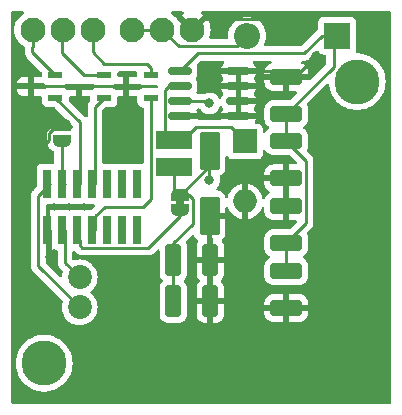
<source format=gbr>
%TF.GenerationSoftware,KiCad,Pcbnew,7.0.10*%
%TF.CreationDate,2024-02-10T17:51:15-05:00*%
%TF.ProjectId,led_controller_i2c,6c65645f-636f-46e7-9472-6f6c6c65725f,rev?*%
%TF.SameCoordinates,Original*%
%TF.FileFunction,Copper,L1,Top*%
%TF.FilePolarity,Positive*%
%FSLAX46Y46*%
G04 Gerber Fmt 4.6, Leading zero omitted, Abs format (unit mm)*
G04 Created by KiCad (PCBNEW 7.0.10) date 2024-02-10 17:51:15*
%MOMM*%
%LPD*%
G01*
G04 APERTURE LIST*
G04 Aperture macros list*
%AMRoundRect*
0 Rectangle with rounded corners*
0 $1 Rounding radius*
0 $2 $3 $4 $5 $6 $7 $8 $9 X,Y pos of 4 corners*
0 Add a 4 corners polygon primitive as box body*
4,1,4,$2,$3,$4,$5,$6,$7,$8,$9,$2,$3,0*
0 Add four circle primitives for the rounded corners*
1,1,$1+$1,$2,$3*
1,1,$1+$1,$4,$5*
1,1,$1+$1,$6,$7*
1,1,$1+$1,$8,$9*
0 Add four rect primitives between the rounded corners*
20,1,$1+$1,$2,$3,$4,$5,0*
20,1,$1+$1,$4,$5,$6,$7,0*
20,1,$1+$1,$6,$7,$8,$9,0*
20,1,$1+$1,$8,$9,$2,$3,0*%
%AMFreePoly0*
4,1,19,0.500000,-0.750000,0.000000,-0.750000,0.000000,-0.744911,-0.071157,-0.744911,-0.207708,-0.704816,-0.327430,-0.627875,-0.420627,-0.520320,-0.479746,-0.390866,-0.500000,-0.250000,-0.500000,0.250000,-0.479746,0.390866,-0.420627,0.520320,-0.327430,0.627875,-0.207708,0.704816,-0.071157,0.744911,0.000000,0.744911,0.000000,0.750000,0.500000,0.750000,0.500000,-0.750000,0.500000,-0.750000,
$1*%
%AMFreePoly1*
4,1,19,0.000000,0.744911,0.071157,0.744911,0.207708,0.704816,0.327430,0.627875,0.420627,0.520320,0.479746,0.390866,0.500000,0.250000,0.500000,-0.250000,0.479746,-0.390866,0.420627,-0.520320,0.327430,-0.627875,0.207708,-0.704816,0.071157,-0.744911,0.000000,-0.744911,0.000000,-0.750000,-0.500000,-0.750000,-0.500000,0.750000,0.000000,0.750000,0.000000,0.744911,0.000000,0.744911,
$1*%
G04 Aperture macros list end*
%TA.AperFunction,ComponentPad*%
%ADD10C,3.800000*%
%TD*%
%TA.AperFunction,ComponentPad*%
%ADD11C,2.020000*%
%TD*%
%TA.AperFunction,ComponentPad*%
%ADD12R,2.200000X2.200000*%
%TD*%
%TA.AperFunction,ComponentPad*%
%ADD13O,2.200000X2.200000*%
%TD*%
%TA.AperFunction,ComponentPad*%
%ADD14C,2.100000*%
%TD*%
%TA.AperFunction,ComponentPad*%
%ADD15R,2.000000X2.000000*%
%TD*%
%TA.AperFunction,ComponentPad*%
%ADD16O,2.000000X2.000000*%
%TD*%
%TA.AperFunction,SMDPad,CuDef*%
%ADD17RoundRect,0.150000X-0.825000X-0.150000X0.825000X-0.150000X0.825000X0.150000X-0.825000X0.150000X0*%
%TD*%
%TA.AperFunction,SMDPad,CuDef*%
%ADD18R,0.740000X2.400000*%
%TD*%
%TA.AperFunction,SMDPad,CuDef*%
%ADD19R,1.300000X0.600000*%
%TD*%
%TA.AperFunction,SMDPad,CuDef*%
%ADD20R,3.050000X1.520000*%
%TD*%
%TA.AperFunction,SMDPad,CuDef*%
%ADD21FreePoly0,270.000000*%
%TD*%
%TA.AperFunction,SMDPad,CuDef*%
%ADD22FreePoly1,270.000000*%
%TD*%
%TA.AperFunction,SMDPad,CuDef*%
%ADD23RoundRect,0.250000X-0.600000X1.400000X-0.600000X-1.400000X0.600000X-1.400000X0.600000X1.400000X0*%
%TD*%
%TA.AperFunction,SMDPad,CuDef*%
%ADD24RoundRect,0.250000X-0.412500X-1.100000X0.412500X-1.100000X0.412500X1.100000X-0.412500X1.100000X0*%
%TD*%
%TA.AperFunction,SMDPad,CuDef*%
%ADD25RoundRect,0.250000X-1.100000X0.412500X-1.100000X-0.412500X1.100000X-0.412500X1.100000X0.412500X0*%
%TD*%
%TA.AperFunction,SMDPad,CuDef*%
%ADD26RoundRect,0.250000X1.100000X-0.412500X1.100000X0.412500X-1.100000X0.412500X-1.100000X-0.412500X0*%
%TD*%
%TA.AperFunction,ViaPad*%
%ADD27C,0.800000*%
%TD*%
%TA.AperFunction,Conductor*%
%ADD28C,0.250000*%
%TD*%
G04 APERTURE END LIST*
%TA.AperFunction,EtchedComponent*%
%TO.C,JP1*%
G36*
X27305000Y-29165000D02*
G01*
X26705000Y-29165000D01*
X26705000Y-28665000D01*
X27305000Y-28665000D01*
X27305000Y-29165000D01*
G37*
%TD.AperFunction*%
%TD*%
D10*
%TO.P,H2,1*%
%TO.N,N/C*%
X15500000Y-42500000D03*
%TD*%
%TO.P,H1,1*%
%TO.N,N/C*%
X42000000Y-18650000D03*
%TD*%
D11*
%TO.P,J3,1*%
%TO.N,Net-(U1-PF0)*%
X18505000Y-37765000D03*
%TO.P,J3,2*%
%TO.N,Net-(U1-PF1)*%
X18505000Y-35225000D03*
%TD*%
D12*
%TO.P,D4,1,K*%
%TO.N,vin*%
X40310000Y-14765000D03*
D13*
%TO.P,D4,2,A*%
%TO.N,Net-(D4-A)*%
X32690000Y-14765000D03*
%TD*%
D14*
%TO.P,J2,1*%
%TO.N,GND*%
X28045000Y-14265000D03*
%TO.P,J2,2*%
%TO.N,Net-(D4-A)*%
X25505000Y-14265000D03*
%TO.P,J2,3*%
X22965000Y-14265000D03*
%TD*%
%TO.P,J1,1*%
%TO.N,g*%
X19605000Y-14265000D03*
%TO.P,J1,2*%
%TO.N,b*%
X17065000Y-14265000D03*
%TO.P,J1,3*%
%TO.N,r*%
X14525000Y-14265000D03*
%TD*%
D15*
%TO.P,D1,1,K*%
%TO.N,Net-(D1-K)*%
X32505000Y-23725000D03*
D16*
%TO.P,D1,2,A*%
%TO.N,GND*%
X32505000Y-28805000D03*
%TD*%
D17*
%TO.P,U2,1,VIN*%
%TO.N,vin*%
X27005000Y-17765000D03*
%TO.P,U2,2,OUT*%
%TO.N,Net-(D1-K)*%
X27005000Y-19035000D03*
%TO.P,U2,3,FB*%
%TO.N,Net-(D2-K)*%
X27005000Y-20305000D03*
%TO.P,U2,4,~{EN}*%
%TO.N,GND*%
X27005000Y-21575000D03*
%TO.P,U2,5,GND*%
X31955000Y-21575000D03*
%TO.P,U2,6,GND*%
X31955000Y-20305000D03*
%TO.P,U2,7,GND*%
X31955000Y-19035000D03*
%TO.P,U2,8,GND*%
X31955000Y-17765000D03*
%TD*%
D18*
%TO.P,U1,1,BOOT0*%
%TO.N,GND*%
X15730000Y-31215000D03*
%TO.P,U1,2,PF0*%
%TO.N,Net-(U1-PF0)*%
X15730000Y-27315000D03*
%TO.P,U1,3,PF1*%
%TO.N,Net-(U1-PF1)*%
X17000000Y-31215000D03*
%TO.P,U1,4,NRST*%
%TO.N,Net-(JP2-B)*%
X17000000Y-27315000D03*
%TO.P,U1,5,VDDA*%
%TO.N,Net-(JP1-B)*%
X18270000Y-31215000D03*
%TO.P,U1,6,PA0*%
%TO.N,Net-(Q1-G)*%
X18270000Y-27315000D03*
%TO.P,U1,7,PA1*%
%TO.N,Net-(Q2-G)*%
X19540000Y-31215000D03*
%TO.P,U1,8,PA2*%
%TO.N,Net-(Q3-G)*%
X19540000Y-27315000D03*
%TO.P,U1,9,PA3*%
%TO.N,unconnected-(U1-PA3-Pad9)*%
X20810000Y-31215000D03*
%TO.P,U1,10,PA4*%
%TO.N,unconnected-(U1-PA4-Pad10)*%
X20810000Y-27315000D03*
%TO.P,U1,11,PA5*%
%TO.N,unconnected-(U1-PA5-Pad11)*%
X22080000Y-31215000D03*
%TO.P,U1,12,PA6*%
%TO.N,unconnected-(U1-PA6-Pad12)*%
X22080000Y-27315000D03*
%TO.P,U1,13,PA7*%
%TO.N,unconnected-(U1-PA7-Pad13)*%
X23350000Y-31215000D03*
%TO.P,U1,14,PB1*%
%TO.N,unconnected-(U1-PB1-Pad14)*%
X23350000Y-27315000D03*
%TD*%
D19*
%TO.P,Q3,3,D*%
%TO.N,GND*%
X18455000Y-19075000D03*
%TO.P,Q3,2,S*%
%TO.N,b*%
X20555000Y-18125000D03*
%TO.P,Q3,1,G*%
%TO.N,Net-(Q3-G)*%
X20555000Y-20025000D03*
%TD*%
%TO.P,Q2,3,D*%
%TO.N,GND*%
X22455000Y-19075000D03*
%TO.P,Q2,2,S*%
%TO.N,g*%
X24555000Y-18125000D03*
%TO.P,Q2,1,G*%
%TO.N,Net-(Q2-G)*%
X24555000Y-20025000D03*
%TD*%
%TO.P,Q1,3,D*%
%TO.N,GND*%
X14355000Y-19065000D03*
%TO.P,Q1,2,S*%
%TO.N,r*%
X16455000Y-18115000D03*
%TO.P,Q1,1,G*%
%TO.N,Net-(Q1-G)*%
X16455000Y-20015000D03*
%TD*%
D20*
%TO.P,L1,1*%
%TO.N,Net-(D1-K)*%
X26505000Y-23620000D03*
%TO.P,L1,2*%
%TO.N,Net-(D2-K)*%
X26505000Y-25910000D03*
%TD*%
D21*
%TO.P,JP2,1,A*%
%TO.N,GND*%
X17000000Y-22350000D03*
D22*
%TO.P,JP2,2,B*%
%TO.N,Net-(JP2-B)*%
X17000000Y-23650000D03*
%TD*%
D21*
%TO.P,JP1,1,A*%
%TO.N,Net-(D2-K)*%
X27005000Y-28265000D03*
D22*
%TO.P,JP1,2,B*%
%TO.N,Net-(JP1-B)*%
X27005000Y-29565000D03*
%TD*%
D23*
%TO.P,D2,1,K*%
%TO.N,Net-(D2-K)*%
X29505000Y-24515000D03*
%TO.P,D2,2,A*%
%TO.N,GND*%
X29505000Y-30015000D03*
%TD*%
D24*
%TO.P,C6,1*%
%TO.N,Net-(D2-K)*%
X26442500Y-33765000D03*
%TO.P,C6,2*%
%TO.N,GND*%
X29567500Y-33765000D03*
%TD*%
%TO.P,C5,1*%
%TO.N,Net-(D2-K)*%
X26442500Y-37265000D03*
%TO.P,C5,2*%
%TO.N,GND*%
X29567500Y-37265000D03*
%TD*%
D25*
%TO.P,C4,1*%
%TO.N,vin*%
X36005000Y-34702500D03*
%TO.P,C4,2*%
%TO.N,GND*%
X36005000Y-37827500D03*
%TD*%
D26*
%TO.P,C3,1*%
%TO.N,vin*%
X36005000Y-21390000D03*
%TO.P,C3,2*%
%TO.N,GND*%
X36005000Y-18265000D03*
%TD*%
D25*
%TO.P,C2,1*%
%TO.N,vin*%
X36005000Y-23702500D03*
%TO.P,C2,2*%
%TO.N,GND*%
X36005000Y-26827500D03*
%TD*%
D26*
%TO.P,C1,1*%
%TO.N,vin*%
X36005000Y-32327500D03*
%TO.P,C1,2*%
%TO.N,GND*%
X36005000Y-29202500D03*
%TD*%
D27*
%TO.N,GND*%
X36000000Y-14500000D03*
X38500000Y-16500000D03*
%TO.N,Net-(D2-K)*%
X29500000Y-27000000D03*
X29500000Y-20500000D03*
%TO.N,GND*%
X15000000Y-24500000D03*
X16000000Y-33500000D03*
%TD*%
D28*
%TO.N,Net-(Q2-G)*%
X23895000Y-29265000D02*
X20620000Y-29265000D01*
X20620000Y-29265000D02*
X19815000Y-30070000D01*
X24555000Y-28605000D02*
X23895000Y-29265000D01*
X24555000Y-20025000D02*
X24555000Y-28605000D01*
X19815000Y-30070000D02*
X19815000Y-31215000D01*
%TO.N,Net-(JP1-B)*%
X18740000Y-32740000D02*
X24330000Y-32740000D01*
X27005000Y-30065000D02*
X27005000Y-29565000D01*
X18500000Y-32500000D02*
X18740000Y-32740000D01*
X18500000Y-32100000D02*
X18500000Y-32500000D01*
X24330000Y-32740000D02*
X27005000Y-30065000D01*
%TO.N,Net-(JP2-B)*%
X17000000Y-27040000D02*
X17275000Y-27315000D01*
X17000000Y-23650000D02*
X17000000Y-27040000D01*
%TO.N,GND*%
X16590380Y-22350000D02*
X17000000Y-22350000D01*
X15925000Y-23015380D02*
X16590380Y-22350000D01*
X15925000Y-23575000D02*
X15925000Y-23015380D01*
X15000000Y-24500000D02*
X15925000Y-23575000D01*
X28970000Y-13340000D02*
X28045000Y-14265000D01*
X34840000Y-13340000D02*
X28970000Y-13340000D01*
X36000000Y-14500000D02*
X34840000Y-13340000D01*
X36735000Y-18265000D02*
X38500000Y-16500000D01*
X36005000Y-18265000D02*
X36735000Y-18265000D01*
X35505000Y-17765000D02*
X36005000Y-18265000D01*
X31955000Y-17765000D02*
X35505000Y-17765000D01*
%TO.N,Net-(D2-K)*%
X29305000Y-20305000D02*
X27005000Y-20305000D01*
X29500000Y-20500000D02*
X29305000Y-20305000D01*
X29500000Y-24520000D02*
X29505000Y-24515000D01*
X29500000Y-27000000D02*
X29500000Y-24520000D01*
%TO.N,GND*%
X16005000Y-33495000D02*
X16000000Y-33500000D01*
X16005000Y-31215000D02*
X16005000Y-33495000D01*
%TO.N,Net-(D4-A)*%
X26880000Y-15640000D02*
X31815000Y-15640000D01*
X31815000Y-15640000D02*
X32690000Y-14765000D01*
X25505000Y-14265000D02*
X26880000Y-15640000D01*
%TO.N,vin*%
X39000000Y-14765000D02*
X37500000Y-16265000D01*
X40310000Y-14765000D02*
X39000000Y-14765000D01*
X40000000Y-15075000D02*
X40310000Y-14765000D01*
X40000000Y-17395000D02*
X40000000Y-15075000D01*
X36005000Y-21390000D02*
X40000000Y-17395000D01*
X28505000Y-16265000D02*
X27005000Y-17765000D01*
X37500000Y-16265000D02*
X28505000Y-16265000D01*
%TO.N,Net-(U1-PF0)*%
X15005000Y-34265000D02*
X15005000Y-28315000D01*
X18505000Y-37765000D02*
X15005000Y-34265000D01*
%TO.N,Net-(U1-PF1)*%
X17275000Y-33995000D02*
X17275000Y-31215000D01*
X18505000Y-35225000D02*
X17275000Y-33995000D01*
%TO.N,vin*%
X36005000Y-23702500D02*
X36005000Y-21390000D01*
X36005000Y-32327500D02*
X37680000Y-30652500D01*
X37680000Y-30652500D02*
X37680000Y-25377500D01*
X37680000Y-25377500D02*
X36005000Y-23702500D01*
X36005000Y-34702500D02*
X36005000Y-32327500D01*
%TO.N,Net-(D2-K)*%
X26442500Y-33765000D02*
X26442500Y-37265000D01*
X26442500Y-32327500D02*
X26442500Y-33765000D01*
X28080000Y-28590000D02*
X28080000Y-30690000D01*
X27755000Y-28265000D02*
X28080000Y-28590000D01*
X28080000Y-30690000D02*
X26442500Y-32327500D01*
X27005000Y-28265000D02*
X27755000Y-28265000D01*
%TO.N,Net-(D1-K)*%
X31320000Y-22540000D02*
X32505000Y-23725000D01*
X28350000Y-22540000D02*
X31320000Y-22540000D01*
X27270000Y-23620000D02*
X28350000Y-22540000D01*
X26505000Y-23620000D02*
X27270000Y-23620000D01*
X26030001Y-19035000D02*
X27005000Y-19035000D01*
X25705000Y-19360001D02*
X26030001Y-19035000D01*
X26505000Y-23620000D02*
X25705000Y-22820000D01*
X25705000Y-22820000D02*
X25705000Y-19360001D01*
%TO.N,Net-(D2-K)*%
X26505000Y-27765000D02*
X27005000Y-28265000D01*
X26505000Y-25910000D02*
X26505000Y-27765000D01*
X29505000Y-25765000D02*
X29505000Y-24515000D01*
X27005000Y-28265000D02*
X29505000Y-25765000D01*
%TO.N,r*%
X14525000Y-15745000D02*
X14525000Y-14265000D01*
X14505000Y-15765000D02*
X14525000Y-15745000D01*
X14505000Y-16165000D02*
X14505000Y-15765000D01*
X16455000Y-18115000D02*
X14505000Y-16165000D01*
%TO.N,b*%
X18865000Y-18125000D02*
X17005000Y-16265000D01*
X17005000Y-16265000D02*
X17005000Y-14325000D01*
X20555000Y-18125000D02*
X18865000Y-18125000D01*
%TO.N,g*%
X24555000Y-17515000D02*
X24555000Y-18125000D01*
X20605000Y-17165000D02*
X24205000Y-17165000D01*
X19605000Y-16165000D02*
X20605000Y-17165000D01*
X24205000Y-17165000D02*
X24555000Y-17515000D01*
X19605000Y-14265000D02*
X19605000Y-16165000D01*
%TO.N,Net-(D2-K)*%
X28755000Y-23765000D02*
X29505000Y-24515000D01*
%TO.N,Net-(U1-PF0)*%
X15005000Y-28315000D02*
X16005000Y-27315000D01*
%TO.N,b*%
X17005000Y-14325000D02*
X17065000Y-14265000D01*
%TO.N,Net-(Q3-G)*%
X19815000Y-20765000D02*
X19815000Y-27315000D01*
X20555000Y-20025000D02*
X19815000Y-20765000D01*
%TO.N,Net-(Q1-G)*%
X18545000Y-22105000D02*
X16455000Y-20015000D01*
X18545000Y-27315000D02*
X18545000Y-22105000D01*
%TO.N,Net-(D4-A)*%
X25505000Y-14265000D02*
X22965000Y-14265000D01*
%TO.N,g*%
X19505000Y-14365000D02*
X19605000Y-14265000D01*
%TD*%
%TA.AperFunction,Conductor*%
%TO.N,GND*%
G36*
X13737928Y-12720185D02*
G01*
X13783683Y-12772989D01*
X13793627Y-12842147D01*
X13764602Y-12905703D01*
X13735679Y-12930227D01*
X13610826Y-13006737D01*
X13610823Y-13006738D01*
X13425241Y-13165241D01*
X13266738Y-13350823D01*
X13266737Y-13350826D01*
X13139222Y-13558910D01*
X13045830Y-13784380D01*
X13045828Y-13784387D01*
X13045828Y-13784388D01*
X13021417Y-13886066D01*
X12988853Y-14021702D01*
X12969706Y-14265000D01*
X12988853Y-14508297D01*
X12988853Y-14508300D01*
X12988854Y-14508302D01*
X13045791Y-14745459D01*
X13045830Y-14745619D01*
X13139222Y-14971089D01*
X13266737Y-15179173D01*
X13266738Y-15179176D01*
X13266741Y-15179179D01*
X13425241Y-15364759D01*
X13546176Y-15468047D01*
X13610823Y-15523261D01*
X13610825Y-15523262D01*
X13815975Y-15648978D01*
X13862850Y-15700789D01*
X13874634Y-15743033D01*
X13878949Y-15788671D01*
X13879500Y-15800343D01*
X13879500Y-16082255D01*
X13877775Y-16097872D01*
X13878061Y-16097899D01*
X13877326Y-16105665D01*
X13879439Y-16172872D01*
X13879500Y-16176767D01*
X13879500Y-16204357D01*
X13880003Y-16208335D01*
X13880918Y-16219967D01*
X13882290Y-16263624D01*
X13882291Y-16263627D01*
X13887880Y-16282867D01*
X13891824Y-16301911D01*
X13894336Y-16321792D01*
X13910414Y-16362403D01*
X13914197Y-16373452D01*
X13926381Y-16415388D01*
X13936580Y-16432634D01*
X13945138Y-16450103D01*
X13952514Y-16468732D01*
X13978181Y-16504060D01*
X13984593Y-16513821D01*
X14006828Y-16551417D01*
X14006833Y-16551424D01*
X14020990Y-16565580D01*
X14033627Y-16580375D01*
X14045406Y-16596587D01*
X14072721Y-16619184D01*
X14079057Y-16624425D01*
X14087698Y-16632288D01*
X15268181Y-17812771D01*
X15301666Y-17874094D01*
X15304500Y-17900452D01*
X15304500Y-18164466D01*
X15284815Y-18231505D01*
X15232011Y-18277260D01*
X15162853Y-18287204D01*
X15137168Y-18280648D01*
X15112382Y-18271403D01*
X15112372Y-18271401D01*
X15052844Y-18265000D01*
X14605000Y-18265000D01*
X14605000Y-18815000D01*
X15462893Y-18815000D01*
X15529932Y-18834685D01*
X15537204Y-18839733D01*
X15550562Y-18849733D01*
X15562668Y-18858795D01*
X15562671Y-18858797D01*
X15697517Y-18909091D01*
X15697516Y-18909091D01*
X15704444Y-18909835D01*
X15757127Y-18915500D01*
X17152872Y-18915499D01*
X17212483Y-18909091D01*
X17347331Y-18858796D01*
X17359439Y-18849732D01*
X17424904Y-18825316D01*
X17433749Y-18825000D01*
X19562893Y-18825000D01*
X19629932Y-18844685D01*
X19637204Y-18849733D01*
X19662668Y-18868795D01*
X19662671Y-18868797D01*
X19797517Y-18919091D01*
X19797516Y-18919091D01*
X19804444Y-18919835D01*
X19857127Y-18925500D01*
X21252872Y-18925499D01*
X21312483Y-18919091D01*
X21447331Y-18868796D01*
X21472796Y-18849733D01*
X21538261Y-18825316D01*
X21547107Y-18825000D01*
X22205000Y-18825000D01*
X22205000Y-18275000D01*
X21829499Y-18275000D01*
X21762460Y-18255315D01*
X21716705Y-18202511D01*
X21705499Y-18151002D01*
X21705499Y-17914499D01*
X21725184Y-17847461D01*
X21777988Y-17801706D01*
X21829499Y-17790500D01*
X23280500Y-17790500D01*
X23347539Y-17810185D01*
X23393294Y-17862989D01*
X23404500Y-17914500D01*
X23404500Y-18174466D01*
X23384815Y-18241505D01*
X23332011Y-18287260D01*
X23262853Y-18297204D01*
X23237168Y-18290648D01*
X23212382Y-18281403D01*
X23212372Y-18281401D01*
X23152844Y-18275000D01*
X22705000Y-18275000D01*
X22705000Y-18825000D01*
X23562893Y-18825000D01*
X23629932Y-18844685D01*
X23637204Y-18849733D01*
X23662668Y-18868795D01*
X23662671Y-18868797D01*
X23797517Y-18919091D01*
X23797516Y-18919091D01*
X23804444Y-18919835D01*
X23857127Y-18925500D01*
X25020405Y-18925499D01*
X25087444Y-18945184D01*
X25133199Y-18997987D01*
X25143143Y-19067146D01*
X25129069Y-19109232D01*
X25118804Y-19127905D01*
X25118803Y-19127907D01*
X25117921Y-19131343D01*
X25116494Y-19133739D01*
X25115932Y-19135160D01*
X25115702Y-19135069D01*
X25082180Y-19191379D01*
X25019655Y-19222562D01*
X24997818Y-19224500D01*
X23857129Y-19224500D01*
X23857123Y-19224501D01*
X23797516Y-19230908D01*
X23662671Y-19281202D01*
X23662668Y-19281204D01*
X23637204Y-19300267D01*
X23571739Y-19324684D01*
X23562893Y-19325000D01*
X22705000Y-19325000D01*
X22705000Y-19875000D01*
X23152828Y-19875000D01*
X23152844Y-19874999D01*
X23212372Y-19868598D01*
X23212377Y-19868597D01*
X23237164Y-19859352D01*
X23306856Y-19854366D01*
X23368180Y-19887850D01*
X23401666Y-19949173D01*
X23404500Y-19975533D01*
X23404500Y-20372870D01*
X23404501Y-20372876D01*
X23410908Y-20432483D01*
X23461202Y-20567328D01*
X23461206Y-20567335D01*
X23547452Y-20682544D01*
X23547455Y-20682547D01*
X23662664Y-20768793D01*
X23662671Y-20768797D01*
X23706138Y-20785009D01*
X23797517Y-20819091D01*
X23818756Y-20821374D01*
X23883304Y-20848110D01*
X23923154Y-20905502D01*
X23929500Y-20944663D01*
X23929500Y-25493831D01*
X23909815Y-25560870D01*
X23857011Y-25606625D01*
X23792247Y-25617120D01*
X23767873Y-25614500D01*
X23767865Y-25614500D01*
X22932129Y-25614500D01*
X22932123Y-25614501D01*
X22872516Y-25620908D01*
X22758333Y-25663496D01*
X22688641Y-25668480D01*
X22671667Y-25663496D01*
X22557482Y-25620908D01*
X22557483Y-25620908D01*
X22497883Y-25614501D01*
X22497881Y-25614500D01*
X22497873Y-25614500D01*
X22497864Y-25614500D01*
X21662129Y-25614500D01*
X21662123Y-25614501D01*
X21602516Y-25620908D01*
X21488333Y-25663496D01*
X21418641Y-25668480D01*
X21401667Y-25663496D01*
X21287482Y-25620908D01*
X21287483Y-25620908D01*
X21227883Y-25614501D01*
X21227881Y-25614500D01*
X21227873Y-25614500D01*
X21227865Y-25614500D01*
X20564500Y-25614500D01*
X20497461Y-25594815D01*
X20451706Y-25542011D01*
X20440500Y-25490500D01*
X20440500Y-21075452D01*
X20460185Y-21008413D01*
X20476819Y-20987771D01*
X20602772Y-20861818D01*
X20664095Y-20828333D01*
X20690453Y-20825499D01*
X21252871Y-20825499D01*
X21252872Y-20825499D01*
X21312483Y-20819091D01*
X21447331Y-20768796D01*
X21562546Y-20682546D01*
X21648796Y-20567331D01*
X21699091Y-20432483D01*
X21705500Y-20372873D01*
X21705499Y-19998998D01*
X21725183Y-19931961D01*
X21777987Y-19886206D01*
X21829499Y-19875000D01*
X22205000Y-19875000D01*
X22205000Y-19325000D01*
X21547107Y-19325000D01*
X21480068Y-19305315D01*
X21472796Y-19300267D01*
X21447331Y-19281204D01*
X21447328Y-19281202D01*
X21312482Y-19230908D01*
X21312483Y-19230908D01*
X21252883Y-19224501D01*
X21252881Y-19224500D01*
X21252873Y-19224500D01*
X21252864Y-19224500D01*
X19857129Y-19224500D01*
X19857123Y-19224501D01*
X19797516Y-19230908D01*
X19662671Y-19281202D01*
X19662668Y-19281204D01*
X19637204Y-19300267D01*
X19571739Y-19324684D01*
X19562893Y-19325000D01*
X18705000Y-19325000D01*
X18705000Y-19875000D01*
X19152828Y-19875000D01*
X19152844Y-19874999D01*
X19212372Y-19868598D01*
X19212377Y-19868597D01*
X19237164Y-19859352D01*
X19306856Y-19854366D01*
X19368180Y-19887850D01*
X19401666Y-19949173D01*
X19404500Y-19975533D01*
X19404500Y-20239299D01*
X19384815Y-20306338D01*
X19370890Y-20324185D01*
X19367096Y-20328225D01*
X19364389Y-20331018D01*
X19344889Y-20350517D01*
X19344875Y-20350534D01*
X19342407Y-20353715D01*
X19334843Y-20362570D01*
X19304937Y-20394418D01*
X19304936Y-20394420D01*
X19295284Y-20411976D01*
X19284610Y-20428226D01*
X19272329Y-20444061D01*
X19272324Y-20444068D01*
X19254975Y-20484158D01*
X19249838Y-20494644D01*
X19228803Y-20532906D01*
X19223822Y-20552307D01*
X19217521Y-20570710D01*
X19209562Y-20589102D01*
X19209561Y-20589105D01*
X19202728Y-20632243D01*
X19200360Y-20643674D01*
X19189501Y-20685971D01*
X19189500Y-20685982D01*
X19189500Y-20706016D01*
X19187973Y-20725413D01*
X19184840Y-20745196D01*
X19186125Y-20758793D01*
X19188950Y-20788674D01*
X19189500Y-20800343D01*
X19189500Y-21562867D01*
X19169815Y-21629906D01*
X19117011Y-21675661D01*
X19047853Y-21685605D01*
X18986460Y-21658411D01*
X18970945Y-21645576D01*
X18962304Y-21637713D01*
X17641818Y-20317227D01*
X17608333Y-20255904D01*
X17605499Y-20229546D01*
X17605499Y-19996739D01*
X17625184Y-19929700D01*
X17677988Y-19883945D01*
X17742760Y-19873450D01*
X17757168Y-19874999D01*
X17757172Y-19875000D01*
X18205000Y-19875000D01*
X18205000Y-19325000D01*
X17460465Y-19325000D01*
X17393426Y-19305315D01*
X17386154Y-19300267D01*
X17347330Y-19271203D01*
X17347328Y-19271202D01*
X17212482Y-19220908D01*
X17212483Y-19220908D01*
X17152883Y-19214501D01*
X17152881Y-19214500D01*
X17152873Y-19214500D01*
X17152864Y-19214500D01*
X15757129Y-19214500D01*
X15757123Y-19214501D01*
X15697516Y-19220908D01*
X15562671Y-19271202D01*
X15562668Y-19271204D01*
X15537204Y-19290267D01*
X15471739Y-19314684D01*
X15462893Y-19315000D01*
X14605000Y-19315000D01*
X14605000Y-19865000D01*
X15052828Y-19865000D01*
X15052844Y-19864999D01*
X15112372Y-19858598D01*
X15112377Y-19858597D01*
X15137164Y-19849352D01*
X15206856Y-19844366D01*
X15268180Y-19877850D01*
X15301666Y-19939173D01*
X15304500Y-19965533D01*
X15304500Y-20362870D01*
X15304501Y-20362876D01*
X15310908Y-20422483D01*
X15361202Y-20557328D01*
X15361206Y-20557335D01*
X15447452Y-20672544D01*
X15447455Y-20672547D01*
X15562664Y-20758793D01*
X15562671Y-20758797D01*
X15589472Y-20768793D01*
X15697517Y-20809091D01*
X15757127Y-20815500D01*
X16319547Y-20815499D01*
X16386586Y-20835183D01*
X16407228Y-20851818D01*
X17883181Y-22327771D01*
X17916666Y-22389094D01*
X17919500Y-22415452D01*
X17919500Y-22525619D01*
X17899815Y-22592658D01*
X17847011Y-22638413D01*
X17777857Y-22648357D01*
X17750008Y-22644353D01*
X17750000Y-22644353D01*
X17285763Y-22644353D01*
X17214236Y-22644353D01*
X16785764Y-22644353D01*
X16714237Y-22644353D01*
X16250000Y-22644353D01*
X16249997Y-22644353D01*
X16178039Y-22649499D01*
X16178034Y-22649500D01*
X16039949Y-22690045D01*
X15918873Y-22767856D01*
X15824623Y-22876626D01*
X15824622Y-22876628D01*
X15764834Y-23007543D01*
X15744353Y-23150001D01*
X15744353Y-23721889D01*
X15764834Y-23864341D01*
X15764834Y-23864343D01*
X15805342Y-24002299D01*
X15865129Y-24133215D01*
X15865129Y-24133217D01*
X15942862Y-24254171D01*
X15942864Y-24254175D01*
X16037108Y-24362938D01*
X16037110Y-24362941D01*
X16145762Y-24457088D01*
X16145768Y-24457092D01*
X16145774Y-24457097D01*
X16266845Y-24534904D01*
X16266850Y-24534906D01*
X16266855Y-24534909D01*
X16302010Y-24550963D01*
X16354814Y-24596717D01*
X16374500Y-24663756D01*
X16374500Y-25504608D01*
X16354815Y-25571647D01*
X16302011Y-25617402D01*
X16232853Y-25627346D01*
X16209419Y-25621366D01*
X16207483Y-25620908D01*
X16147883Y-25614501D01*
X16147881Y-25614500D01*
X16147873Y-25614500D01*
X16147864Y-25614500D01*
X15312129Y-25614500D01*
X15312123Y-25614501D01*
X15252516Y-25620908D01*
X15117671Y-25671202D01*
X15117664Y-25671206D01*
X15002455Y-25757452D01*
X15002452Y-25757455D01*
X14916206Y-25872664D01*
X14916202Y-25872671D01*
X14865908Y-26007517D01*
X14859501Y-26067116D01*
X14859500Y-26067135D01*
X14859500Y-27524546D01*
X14839815Y-27591585D01*
X14823181Y-27612227D01*
X14621208Y-27814199D01*
X14608951Y-27824020D01*
X14609134Y-27824241D01*
X14603122Y-27829214D01*
X14557098Y-27878223D01*
X14554391Y-27881016D01*
X14534889Y-27900517D01*
X14534875Y-27900534D01*
X14532407Y-27903715D01*
X14524843Y-27912570D01*
X14494937Y-27944418D01*
X14494936Y-27944420D01*
X14485284Y-27961976D01*
X14474610Y-27978226D01*
X14462329Y-27994061D01*
X14462324Y-27994068D01*
X14444975Y-28034158D01*
X14439838Y-28044644D01*
X14418803Y-28082906D01*
X14413822Y-28102307D01*
X14407521Y-28120710D01*
X14399562Y-28139102D01*
X14399561Y-28139105D01*
X14392728Y-28182243D01*
X14390360Y-28193674D01*
X14379501Y-28235971D01*
X14379500Y-28235982D01*
X14379500Y-28256016D01*
X14377973Y-28275413D01*
X14374840Y-28295196D01*
X14376834Y-28316290D01*
X14378950Y-28338674D01*
X14379500Y-28350343D01*
X14379500Y-34182255D01*
X14377775Y-34197872D01*
X14378061Y-34197899D01*
X14377326Y-34205665D01*
X14379439Y-34272872D01*
X14379500Y-34276767D01*
X14379500Y-34304357D01*
X14380003Y-34308335D01*
X14380918Y-34319967D01*
X14382290Y-34363624D01*
X14382291Y-34363627D01*
X14387880Y-34382867D01*
X14391824Y-34401911D01*
X14391897Y-34402484D01*
X14394336Y-34421792D01*
X14410414Y-34462403D01*
X14414197Y-34473452D01*
X14426381Y-34515388D01*
X14436580Y-34532634D01*
X14445138Y-34550103D01*
X14452514Y-34568732D01*
X14478181Y-34604060D01*
X14484593Y-34613821D01*
X14506828Y-34651417D01*
X14506833Y-34651424D01*
X14520990Y-34665580D01*
X14533628Y-34680376D01*
X14545405Y-34696586D01*
X14545406Y-34696587D01*
X14579057Y-34724425D01*
X14587698Y-34732288D01*
X17031959Y-37176550D01*
X17065444Y-37237873D01*
X17064852Y-37293178D01*
X17008482Y-37527977D01*
X16989829Y-37765000D01*
X17008482Y-38002020D01*
X17008482Y-38002023D01*
X17008483Y-38002025D01*
X17063987Y-38233214D01*
X17063988Y-38233216D01*
X17154972Y-38452873D01*
X17279199Y-38655592D01*
X17279202Y-38655597D01*
X17349195Y-38737548D01*
X17433612Y-38836388D01*
X17536610Y-38924356D01*
X17614402Y-38990797D01*
X17614407Y-38990800D01*
X17817126Y-39115027D01*
X17894786Y-39147194D01*
X18036786Y-39206013D01*
X18267975Y-39261517D01*
X18505000Y-39280171D01*
X18742025Y-39261517D01*
X18973214Y-39206013D01*
X19192873Y-39115027D01*
X19395595Y-38990799D01*
X19576388Y-38836388D01*
X19730799Y-38655595D01*
X19855027Y-38452873D01*
X19946013Y-38233214D01*
X20001517Y-38002025D01*
X20020171Y-37765000D01*
X20001517Y-37527975D01*
X19946013Y-37296786D01*
X19855027Y-37077127D01*
X19855027Y-37077126D01*
X19730800Y-36874407D01*
X19730797Y-36874402D01*
X19608015Y-36730643D01*
X19576388Y-36693612D01*
X19454242Y-36589290D01*
X19416049Y-36530783D01*
X19415550Y-36460916D01*
X19452904Y-36401869D01*
X19454242Y-36400710D01*
X19454728Y-36400294D01*
X19576388Y-36296388D01*
X19730799Y-36115595D01*
X19855027Y-35912873D01*
X19946013Y-35693214D01*
X20001517Y-35462025D01*
X20020171Y-35225000D01*
X20001517Y-34987975D01*
X19946013Y-34756786D01*
X19882752Y-34604060D01*
X19855027Y-34537126D01*
X19730800Y-34334407D01*
X19730797Y-34334402D01*
X19654773Y-34245390D01*
X19576388Y-34153612D01*
X19455035Y-34049967D01*
X19395597Y-33999202D01*
X19395592Y-33999199D01*
X19192873Y-33874972D01*
X18973216Y-33783988D01*
X18973214Y-33783987D01*
X18742025Y-33728483D01*
X18742023Y-33728482D01*
X18742020Y-33728482D01*
X18505000Y-33709829D01*
X18267977Y-33728482D01*
X18053447Y-33779986D01*
X17983664Y-33776495D01*
X17926847Y-33735831D01*
X17901034Y-33670905D01*
X17900500Y-33659412D01*
X17900500Y-33084452D01*
X17920185Y-33017413D01*
X17972989Y-32971658D01*
X18042147Y-32961714D01*
X18105703Y-32990739D01*
X18112164Y-32996754D01*
X18239202Y-33123793D01*
X18249022Y-33136050D01*
X18249243Y-33135868D01*
X18254213Y-33141876D01*
X18254214Y-33141877D01*
X18275043Y-33161437D01*
X18303224Y-33187901D01*
X18306022Y-33190613D01*
X18325522Y-33210114D01*
X18325526Y-33210117D01*
X18325529Y-33210120D01*
X18328702Y-33212581D01*
X18337574Y-33220159D01*
X18369418Y-33250062D01*
X18386976Y-33259714D01*
X18403235Y-33270395D01*
X18419064Y-33282673D01*
X18459155Y-33300021D01*
X18469626Y-33305151D01*
X18492180Y-33317550D01*
X18507902Y-33326194D01*
X18507904Y-33326195D01*
X18507908Y-33326197D01*
X18527316Y-33331180D01*
X18545719Y-33337481D01*
X18564101Y-33345436D01*
X18564102Y-33345436D01*
X18564104Y-33345437D01*
X18607250Y-33352270D01*
X18618672Y-33354636D01*
X18660981Y-33365500D01*
X18681016Y-33365500D01*
X18700414Y-33367026D01*
X18720194Y-33370159D01*
X18720195Y-33370160D01*
X18720195Y-33370159D01*
X18720196Y-33370160D01*
X18763675Y-33366050D01*
X18775344Y-33365500D01*
X24247257Y-33365500D01*
X24262877Y-33367224D01*
X24262904Y-33366939D01*
X24270660Y-33367671D01*
X24270667Y-33367673D01*
X24337873Y-33365561D01*
X24341768Y-33365500D01*
X24369346Y-33365500D01*
X24369350Y-33365500D01*
X24373324Y-33364997D01*
X24384963Y-33364080D01*
X24428627Y-33362709D01*
X24447869Y-33357117D01*
X24466912Y-33353174D01*
X24486792Y-33350664D01*
X24527401Y-33334585D01*
X24538444Y-33330803D01*
X24580390Y-33318618D01*
X24597629Y-33308422D01*
X24615103Y-33299862D01*
X24633727Y-33292488D01*
X24633727Y-33292487D01*
X24633732Y-33292486D01*
X24669083Y-33266800D01*
X24678814Y-33260408D01*
X24716420Y-33238170D01*
X24730589Y-33223999D01*
X24745379Y-33211368D01*
X24761587Y-33199594D01*
X24789438Y-33165926D01*
X24797279Y-33157309D01*
X25067820Y-32886769D01*
X25129142Y-32853285D01*
X25198834Y-32858269D01*
X25254767Y-32900141D01*
X25279184Y-32965605D01*
X25279500Y-32974451D01*
X25279500Y-34915001D01*
X25279501Y-34915018D01*
X25290000Y-35017796D01*
X25290001Y-35017799D01*
X25312886Y-35086859D01*
X25345186Y-35184334D01*
X25437096Y-35333345D01*
X25437289Y-35333657D01*
X25530951Y-35427319D01*
X25564436Y-35488642D01*
X25559452Y-35558334D01*
X25530951Y-35602681D01*
X25437289Y-35696342D01*
X25345187Y-35845663D01*
X25345185Y-35845668D01*
X25322916Y-35912873D01*
X25290001Y-36012203D01*
X25290001Y-36012204D01*
X25290000Y-36012204D01*
X25279500Y-36114983D01*
X25279500Y-38415001D01*
X25279501Y-38415018D01*
X25290000Y-38517796D01*
X25290001Y-38517799D01*
X25303695Y-38559124D01*
X25345186Y-38684334D01*
X25437288Y-38833656D01*
X25561344Y-38957712D01*
X25710666Y-39049814D01*
X25877203Y-39104999D01*
X25979991Y-39115500D01*
X26905008Y-39115499D01*
X26905016Y-39115498D01*
X26905019Y-39115498D01*
X26961302Y-39109748D01*
X27007797Y-39104999D01*
X27174334Y-39049814D01*
X27323656Y-38957712D01*
X27447712Y-38833656D01*
X27539814Y-38684334D01*
X27594999Y-38517797D01*
X27605500Y-38415009D01*
X27605499Y-37515000D01*
X28405001Y-37515000D01*
X28405001Y-38414986D01*
X28415494Y-38517697D01*
X28470641Y-38684119D01*
X28470643Y-38684124D01*
X28562684Y-38833345D01*
X28686654Y-38957315D01*
X28835875Y-39049356D01*
X28835880Y-39049358D01*
X29002302Y-39104505D01*
X29002309Y-39104506D01*
X29105019Y-39114999D01*
X29317499Y-39114999D01*
X29317500Y-39114998D01*
X29317500Y-37515000D01*
X29817500Y-37515000D01*
X29817500Y-39114999D01*
X30029972Y-39114999D01*
X30029986Y-39114998D01*
X30132697Y-39104505D01*
X30299119Y-39049358D01*
X30299124Y-39049356D01*
X30448345Y-38957315D01*
X30572315Y-38833345D01*
X30664356Y-38684124D01*
X30664358Y-38684119D01*
X30719505Y-38517697D01*
X30719506Y-38517690D01*
X30729999Y-38414986D01*
X30730000Y-38414973D01*
X30730000Y-38077500D01*
X34155001Y-38077500D01*
X34155001Y-38289986D01*
X34165494Y-38392697D01*
X34220641Y-38559119D01*
X34220643Y-38559124D01*
X34312684Y-38708345D01*
X34436654Y-38832315D01*
X34585875Y-38924356D01*
X34585880Y-38924358D01*
X34752302Y-38979505D01*
X34752309Y-38979506D01*
X34855019Y-38989999D01*
X35754999Y-38989999D01*
X35755000Y-38989998D01*
X35755000Y-38077500D01*
X36255000Y-38077500D01*
X36255000Y-38989999D01*
X37154972Y-38989999D01*
X37154986Y-38989998D01*
X37257697Y-38979505D01*
X37424119Y-38924358D01*
X37424124Y-38924356D01*
X37573345Y-38832315D01*
X37697315Y-38708345D01*
X37789356Y-38559124D01*
X37789358Y-38559119D01*
X37844505Y-38392697D01*
X37844506Y-38392690D01*
X37854999Y-38289986D01*
X37855000Y-38289973D01*
X37855000Y-38077500D01*
X36255000Y-38077500D01*
X35755000Y-38077500D01*
X34155001Y-38077500D01*
X30730000Y-38077500D01*
X30730000Y-37577500D01*
X34155000Y-37577500D01*
X35755000Y-37577500D01*
X35755000Y-36665000D01*
X36255000Y-36665000D01*
X36255000Y-37577500D01*
X37854999Y-37577500D01*
X37854999Y-37365028D01*
X37854998Y-37365013D01*
X37844505Y-37262302D01*
X37789358Y-37095880D01*
X37789356Y-37095875D01*
X37697315Y-36946654D01*
X37573345Y-36822684D01*
X37424124Y-36730643D01*
X37424119Y-36730641D01*
X37257697Y-36675494D01*
X37257690Y-36675493D01*
X37154986Y-36665000D01*
X36255000Y-36665000D01*
X35755000Y-36665000D01*
X34855028Y-36665000D01*
X34855012Y-36665001D01*
X34752302Y-36675494D01*
X34585880Y-36730641D01*
X34585875Y-36730643D01*
X34436654Y-36822684D01*
X34312684Y-36946654D01*
X34220643Y-37095875D01*
X34220641Y-37095880D01*
X34165494Y-37262302D01*
X34165493Y-37262309D01*
X34155000Y-37365013D01*
X34155000Y-37577500D01*
X30730000Y-37577500D01*
X30730000Y-37515000D01*
X29817500Y-37515000D01*
X29317500Y-37515000D01*
X28405001Y-37515000D01*
X27605499Y-37515000D01*
X27605499Y-37015000D01*
X28405000Y-37015000D01*
X29317500Y-37015000D01*
X29317500Y-34015000D01*
X29817500Y-34015000D01*
X29817500Y-37015000D01*
X30729999Y-37015000D01*
X30729999Y-36115028D01*
X30729998Y-36115013D01*
X30719505Y-36012302D01*
X30664358Y-35845880D01*
X30664356Y-35845875D01*
X30572315Y-35696654D01*
X30478342Y-35602681D01*
X30444857Y-35541358D01*
X30449841Y-35471666D01*
X30478342Y-35427319D01*
X30572315Y-35333345D01*
X30664356Y-35184124D01*
X30664358Y-35184119D01*
X30719505Y-35017697D01*
X30719506Y-35017690D01*
X30729999Y-34914986D01*
X30730000Y-34914973D01*
X30730000Y-34015000D01*
X29817500Y-34015000D01*
X29317500Y-34015000D01*
X28405001Y-34015000D01*
X28405001Y-34914986D01*
X28415494Y-35017697D01*
X28470641Y-35184119D01*
X28470643Y-35184124D01*
X28562684Y-35333345D01*
X28656658Y-35427319D01*
X28690143Y-35488642D01*
X28685159Y-35558334D01*
X28656658Y-35602681D01*
X28562684Y-35696654D01*
X28470643Y-35845875D01*
X28470641Y-35845880D01*
X28415494Y-36012302D01*
X28415493Y-36012309D01*
X28405000Y-36115013D01*
X28405000Y-37015000D01*
X27605499Y-37015000D01*
X27605499Y-36114992D01*
X27594999Y-36012203D01*
X27539814Y-35845666D01*
X27447712Y-35696344D01*
X27354049Y-35602681D01*
X27320564Y-35541358D01*
X27325548Y-35471666D01*
X27354049Y-35427319D01*
X27447712Y-35333656D01*
X27539814Y-35184334D01*
X27594999Y-35017797D01*
X27605500Y-34915009D01*
X27605499Y-32614992D01*
X27594999Y-32512203D01*
X27539814Y-32345666D01*
X27539810Y-32345659D01*
X27503201Y-32286306D01*
X27484761Y-32218914D01*
X27505684Y-32152250D01*
X27521054Y-32133534D01*
X28003782Y-31650806D01*
X28065101Y-31617324D01*
X28134792Y-31622308D01*
X28190726Y-31664179D01*
X28209165Y-31699485D01*
X28220642Y-31734121D01*
X28220643Y-31734124D01*
X28312684Y-31883345D01*
X28436654Y-32007315D01*
X28507011Y-32050712D01*
X28553735Y-32102660D01*
X28564957Y-32171623D01*
X28547453Y-32221348D01*
X28470643Y-32345875D01*
X28470641Y-32345880D01*
X28415494Y-32512302D01*
X28415493Y-32512309D01*
X28405000Y-32615013D01*
X28405000Y-33515000D01*
X29317500Y-33515000D01*
X29317500Y-32208000D01*
X29291319Y-32181819D01*
X29257834Y-32120496D01*
X29255000Y-32094138D01*
X29255000Y-30265000D01*
X29755000Y-30265000D01*
X29755000Y-31872000D01*
X29781181Y-31898181D01*
X29814666Y-31959504D01*
X29817500Y-31985862D01*
X29817500Y-33515000D01*
X30729999Y-33515000D01*
X30729999Y-32615028D01*
X30729998Y-32615013D01*
X30719505Y-32512302D01*
X30664358Y-32345880D01*
X30664356Y-32345875D01*
X30572315Y-32196654D01*
X30565562Y-32189901D01*
X30532077Y-32128578D01*
X30537061Y-32058886D01*
X30569774Y-32013961D01*
X30568237Y-32012424D01*
X30697315Y-31883345D01*
X30789356Y-31734124D01*
X30789358Y-31734119D01*
X30844505Y-31567697D01*
X30844506Y-31567690D01*
X30854999Y-31464986D01*
X30855000Y-31464973D01*
X30855000Y-30265000D01*
X29755000Y-30265000D01*
X29255000Y-30265000D01*
X29255000Y-29889000D01*
X29274685Y-29821961D01*
X29327489Y-29776206D01*
X29379000Y-29765000D01*
X30854999Y-29765000D01*
X30854999Y-29368931D01*
X30874684Y-29301892D01*
X30927488Y-29256137D01*
X30996646Y-29246193D01*
X31060202Y-29275218D01*
X31092555Y-29319121D01*
X31181267Y-29521367D01*
X31317232Y-29729478D01*
X31485592Y-29912364D01*
X31485602Y-29912373D01*
X31681762Y-30065051D01*
X31681771Y-30065057D01*
X31900385Y-30183364D01*
X31900396Y-30183369D01*
X32135507Y-30264083D01*
X32254999Y-30284023D01*
X32255000Y-30284022D01*
X32255000Y-29240501D01*
X32362685Y-29289680D01*
X32469237Y-29305000D01*
X32540763Y-29305000D01*
X32647315Y-29289680D01*
X32755000Y-29240501D01*
X32755000Y-30284023D01*
X32874492Y-30264083D01*
X33109603Y-30183369D01*
X33109614Y-30183364D01*
X33328228Y-30065057D01*
X33328237Y-30065051D01*
X33524397Y-29912373D01*
X33524407Y-29912364D01*
X33692767Y-29729478D01*
X33828733Y-29521365D01*
X33917444Y-29319122D01*
X33962399Y-29265636D01*
X34029135Y-29244945D01*
X34096463Y-29263619D01*
X34143007Y-29315729D01*
X34155000Y-29368931D01*
X34155000Y-29664970D01*
X34155001Y-29664987D01*
X34165494Y-29767697D01*
X34220641Y-29934119D01*
X34220643Y-29934124D01*
X34312684Y-30083345D01*
X34436654Y-30207315D01*
X34585875Y-30299356D01*
X34585880Y-30299358D01*
X34752302Y-30354505D01*
X34752309Y-30354506D01*
X34855019Y-30364999D01*
X35754999Y-30364999D01*
X35755000Y-30364998D01*
X35755000Y-27077500D01*
X34155001Y-27077500D01*
X34155001Y-27289986D01*
X34165494Y-27392697D01*
X34220641Y-27559119D01*
X34220643Y-27559124D01*
X34312684Y-27708345D01*
X34436655Y-27832316D01*
X34436659Y-27832319D01*
X34561726Y-27909462D01*
X34608451Y-27961410D01*
X34619672Y-28030372D01*
X34591829Y-28094454D01*
X34561726Y-28120538D01*
X34436659Y-28197680D01*
X34436655Y-28197683D01*
X34312684Y-28321654D01*
X34220643Y-28470875D01*
X34220639Y-28470884D01*
X34210913Y-28500236D01*
X34171139Y-28557680D01*
X34106623Y-28584502D01*
X34037847Y-28572186D01*
X33986648Y-28524642D01*
X33973002Y-28491670D01*
X33928588Y-28316283D01*
X33828732Y-28088632D01*
X33692767Y-27880521D01*
X33524407Y-27697635D01*
X33524397Y-27697626D01*
X33328237Y-27544948D01*
X33328228Y-27544942D01*
X33109614Y-27426635D01*
X33109603Y-27426630D01*
X32874492Y-27345916D01*
X32755000Y-27325976D01*
X32755000Y-28369498D01*
X32647315Y-28320320D01*
X32540763Y-28305000D01*
X32469237Y-28305000D01*
X32362685Y-28320320D01*
X32255000Y-28369498D01*
X32255000Y-27325976D01*
X32254999Y-27325976D01*
X32135507Y-27345916D01*
X31900396Y-27426630D01*
X31900385Y-27426635D01*
X31681771Y-27544942D01*
X31681762Y-27544948D01*
X31485602Y-27697626D01*
X31485592Y-27697635D01*
X31317232Y-27880521D01*
X31181267Y-28088632D01*
X31081411Y-28316284D01*
X31081409Y-28316290D01*
X31062115Y-28392477D01*
X31026575Y-28452632D01*
X30964154Y-28484024D01*
X30894671Y-28476684D01*
X30840186Y-28432945D01*
X30824204Y-28401038D01*
X30789359Y-28295882D01*
X30789356Y-28295875D01*
X30697315Y-28146654D01*
X30573345Y-28022684D01*
X30424124Y-27930643D01*
X30424119Y-27930641D01*
X30257697Y-27875494D01*
X30257689Y-27875493D01*
X30194577Y-27869045D01*
X30129885Y-27842648D01*
X30089734Y-27785467D01*
X30086871Y-27715656D01*
X30115027Y-27662718D01*
X30232533Y-27532216D01*
X30327179Y-27368284D01*
X30385674Y-27188256D01*
X30405460Y-27000000D01*
X30385674Y-26811744D01*
X30364860Y-26747688D01*
X30362865Y-26677851D01*
X30398945Y-26618018D01*
X30418866Y-26604706D01*
X30418187Y-26603605D01*
X30424332Y-26599814D01*
X30424334Y-26599814D01*
X30460511Y-26577500D01*
X34155000Y-26577500D01*
X35755000Y-26577500D01*
X35755000Y-25665000D01*
X34855028Y-25665000D01*
X34855012Y-25665001D01*
X34752302Y-25675494D01*
X34585880Y-25730641D01*
X34585875Y-25730643D01*
X34436654Y-25822684D01*
X34312684Y-25946654D01*
X34220643Y-26095875D01*
X34220641Y-26095880D01*
X34165494Y-26262302D01*
X34165493Y-26262309D01*
X34155000Y-26365013D01*
X34155000Y-26577500D01*
X30460511Y-26577500D01*
X30573656Y-26507712D01*
X30697712Y-26383656D01*
X30789814Y-26234334D01*
X30844999Y-26067797D01*
X30855500Y-25965009D01*
X30855499Y-25065099D01*
X30875183Y-24998063D01*
X30927987Y-24952308D01*
X30997146Y-24942364D01*
X31060702Y-24971389D01*
X31078765Y-24990790D01*
X31084210Y-24998063D01*
X31134395Y-25065102D01*
X31147455Y-25082547D01*
X31262664Y-25168793D01*
X31262671Y-25168797D01*
X31397517Y-25219091D01*
X31397516Y-25219091D01*
X31404444Y-25219835D01*
X31457127Y-25225500D01*
X33552872Y-25225499D01*
X33612483Y-25219091D01*
X33747331Y-25168796D01*
X33862546Y-25082546D01*
X33948796Y-24967331D01*
X33999091Y-24832483D01*
X34005500Y-24772873D01*
X34005499Y-24523506D01*
X34025183Y-24456471D01*
X34077987Y-24410716D01*
X34147146Y-24400772D01*
X34210701Y-24429797D01*
X34235037Y-24458412D01*
X34312288Y-24583656D01*
X34436344Y-24707712D01*
X34585666Y-24799814D01*
X34752203Y-24854999D01*
X34854991Y-24865500D01*
X36232047Y-24865499D01*
X36299086Y-24885184D01*
X36319728Y-24901818D01*
X36871229Y-25453319D01*
X36904714Y-25514642D01*
X36899730Y-25584334D01*
X36857858Y-25640267D01*
X36792394Y-25664684D01*
X36783548Y-25665000D01*
X36255000Y-25665000D01*
X36255000Y-30364999D01*
X36783548Y-30364999D01*
X36850587Y-30384684D01*
X36896342Y-30437488D01*
X36906286Y-30506646D01*
X36877261Y-30570202D01*
X36871229Y-30576680D01*
X36319727Y-31128181D01*
X36258404Y-31161666D01*
X36232046Y-31164500D01*
X34854998Y-31164500D01*
X34854981Y-31164501D01*
X34752203Y-31175000D01*
X34752200Y-31175001D01*
X34585668Y-31230185D01*
X34585663Y-31230187D01*
X34436342Y-31322289D01*
X34312289Y-31446342D01*
X34220187Y-31595663D01*
X34220185Y-31595668D01*
X34201913Y-31650809D01*
X34165001Y-31762203D01*
X34165001Y-31762204D01*
X34165000Y-31762204D01*
X34154500Y-31864983D01*
X34154500Y-32790001D01*
X34154501Y-32790019D01*
X34165000Y-32892796D01*
X34165001Y-32892799D01*
X34206295Y-33017413D01*
X34220186Y-33059334D01*
X34312288Y-33208656D01*
X34436344Y-33332712D01*
X34560775Y-33409461D01*
X34607499Y-33461409D01*
X34618722Y-33530372D01*
X34590878Y-33594454D01*
X34560775Y-33620539D01*
X34436342Y-33697289D01*
X34312289Y-33821342D01*
X34220187Y-33970663D01*
X34220185Y-33970668D01*
X34208223Y-34006767D01*
X34165001Y-34137203D01*
X34165001Y-34137204D01*
X34165000Y-34137204D01*
X34154500Y-34239983D01*
X34154500Y-35165001D01*
X34154501Y-35165019D01*
X34165000Y-35267796D01*
X34165001Y-35267799D01*
X34220185Y-35434331D01*
X34220187Y-35434336D01*
X34237263Y-35462020D01*
X34312288Y-35583656D01*
X34436344Y-35707712D01*
X34585666Y-35799814D01*
X34752203Y-35854999D01*
X34854991Y-35865500D01*
X37155008Y-35865499D01*
X37257797Y-35854999D01*
X37424334Y-35799814D01*
X37573656Y-35707712D01*
X37697712Y-35583656D01*
X37789814Y-35434334D01*
X37844999Y-35267797D01*
X37855500Y-35165009D01*
X37855499Y-34239992D01*
X37851992Y-34205665D01*
X37844999Y-34137203D01*
X37844998Y-34137200D01*
X37830558Y-34093624D01*
X37789814Y-33970666D01*
X37697712Y-33821344D01*
X37573656Y-33697288D01*
X37573655Y-33697287D01*
X37449225Y-33620539D01*
X37402500Y-33568591D01*
X37391277Y-33499629D01*
X37419120Y-33435547D01*
X37449225Y-33409461D01*
X37573656Y-33332712D01*
X37697712Y-33208656D01*
X37789814Y-33059334D01*
X37844999Y-32892797D01*
X37855500Y-32790009D01*
X37855499Y-31864992D01*
X37844999Y-31762203D01*
X37789814Y-31595666D01*
X37777044Y-31574962D01*
X37758604Y-31507573D01*
X37779526Y-31440909D01*
X37794897Y-31422191D01*
X38063786Y-31153302D01*
X38076048Y-31143480D01*
X38075865Y-31143259D01*
X38081868Y-31138291D01*
X38081877Y-31138286D01*
X38127934Y-31089239D01*
X38130582Y-31086506D01*
X38150120Y-31066970D01*
X38152570Y-31063810D01*
X38160154Y-31054929D01*
X38190062Y-31023082D01*
X38199714Y-31005523D01*
X38210389Y-30989272D01*
X38222674Y-30973436D01*
X38240030Y-30933325D01*
X38245161Y-30922854D01*
X38266194Y-30884598D01*
X38266194Y-30884597D01*
X38266197Y-30884592D01*
X38271180Y-30865180D01*
X38277477Y-30846791D01*
X38285438Y-30828395D01*
X38292270Y-30785248D01*
X38294639Y-30773816D01*
X38305499Y-30731522D01*
X38305500Y-30731517D01*
X38305500Y-30711483D01*
X38307027Y-30692082D01*
X38310160Y-30672304D01*
X38306050Y-30628824D01*
X38305500Y-30617155D01*
X38305500Y-25460242D01*
X38307224Y-25444622D01*
X38306939Y-25444595D01*
X38307673Y-25436833D01*
X38305561Y-25369612D01*
X38305500Y-25365718D01*
X38305500Y-25338156D01*
X38305500Y-25338150D01*
X38304996Y-25334168D01*
X38304081Y-25322529D01*
X38302710Y-25278873D01*
X38297119Y-25259630D01*
X38293173Y-25240578D01*
X38290664Y-25220708D01*
X38274579Y-25180083D01*
X38270806Y-25169062D01*
X38258618Y-25127110D01*
X38258617Y-25127109D01*
X38258617Y-25127107D01*
X38258616Y-25127106D01*
X38248423Y-25109871D01*
X38239861Y-25092394D01*
X38232487Y-25073769D01*
X38206816Y-25038437D01*
X38200405Y-25028677D01*
X38178170Y-24991080D01*
X38178168Y-24991078D01*
X38178165Y-24991074D01*
X38164006Y-24976915D01*
X38151368Y-24962119D01*
X38144240Y-24952308D01*
X38139594Y-24945913D01*
X38105940Y-24918072D01*
X38097299Y-24910209D01*
X37794903Y-24607812D01*
X37761418Y-24546489D01*
X37766402Y-24476797D01*
X37777041Y-24455042D01*
X37789814Y-24434334D01*
X37844999Y-24267797D01*
X37855500Y-24165009D01*
X37855499Y-23239992D01*
X37844999Y-23137203D01*
X37789814Y-22970666D01*
X37697712Y-22821344D01*
X37573656Y-22697288D01*
X37573655Y-22697287D01*
X37499890Y-22651789D01*
X37453165Y-22599841D01*
X37441942Y-22530879D01*
X37469786Y-22466796D01*
X37499890Y-22440711D01*
X37504079Y-22438126D01*
X37573656Y-22395212D01*
X37697712Y-22271156D01*
X37789814Y-22121834D01*
X37844999Y-21955297D01*
X37855500Y-21852509D01*
X37855499Y-20927492D01*
X37844999Y-20824703D01*
X37789814Y-20658166D01*
X37777044Y-20637462D01*
X37758605Y-20570069D01*
X37779529Y-20503406D01*
X37794898Y-20484691D01*
X39402710Y-18876879D01*
X39464031Y-18843396D01*
X39533723Y-18848380D01*
X39589656Y-18890252D01*
X39612862Y-18947653D01*
X39612990Y-18947629D01*
X39613112Y-18948270D01*
X39613409Y-18949004D01*
X39613717Y-18951441D01*
X39613719Y-18951456D01*
X39613720Y-18951457D01*
X39665120Y-19220908D01*
X39670320Y-19248164D01*
X39763659Y-19535431D01*
X39763661Y-19535436D01*
X39892265Y-19808732D01*
X39892268Y-19808738D01*
X40054111Y-20063763D01*
X40054114Y-20063767D01*
X40054115Y-20063768D01*
X40246651Y-20296504D01*
X40391453Y-20432483D01*
X40466836Y-20503272D01*
X40466846Y-20503280D01*
X40711193Y-20680808D01*
X40711198Y-20680810D01*
X40711205Y-20680816D01*
X40975896Y-20826332D01*
X40975901Y-20826334D01*
X40975903Y-20826335D01*
X40975904Y-20826336D01*
X41256734Y-20937524D01*
X41256737Y-20937525D01*
X41354259Y-20962564D01*
X41549302Y-21012642D01*
X41696039Y-21031179D01*
X41848963Y-21050499D01*
X41848969Y-21050499D01*
X41848973Y-21050500D01*
X41848975Y-21050500D01*
X42151025Y-21050500D01*
X42151027Y-21050500D01*
X42151032Y-21050499D01*
X42151036Y-21050499D01*
X42230591Y-21040448D01*
X42450698Y-21012642D01*
X42743262Y-20937525D01*
X42743265Y-20937524D01*
X43024095Y-20826336D01*
X43024096Y-20826335D01*
X43024094Y-20826335D01*
X43024104Y-20826332D01*
X43288795Y-20680816D01*
X43533162Y-20503274D01*
X43753349Y-20296504D01*
X43945885Y-20063768D01*
X44107733Y-19808736D01*
X44236341Y-19535430D01*
X44329681Y-19248160D01*
X44386280Y-18951457D01*
X44386281Y-18951441D01*
X44405246Y-18650005D01*
X44405246Y-18649994D01*
X44386281Y-18348553D01*
X44386280Y-18348546D01*
X44386280Y-18348543D01*
X44329681Y-18051840D01*
X44236341Y-17764570D01*
X44107733Y-17491264D01*
X44079828Y-17447293D01*
X43945888Y-17236236D01*
X43943901Y-17233834D01*
X43753349Y-17003496D01*
X43671695Y-16926818D01*
X43533163Y-16796727D01*
X43533153Y-16796719D01*
X43288806Y-16619191D01*
X43288799Y-16619186D01*
X43288795Y-16619184D01*
X43024104Y-16473668D01*
X43024101Y-16473666D01*
X43024096Y-16473664D01*
X43024095Y-16473663D01*
X42743265Y-16362475D01*
X42743262Y-16362474D01*
X42450695Y-16287357D01*
X42151036Y-16249500D01*
X42151027Y-16249500D01*
X41979364Y-16249500D01*
X41912325Y-16229815D01*
X41866570Y-16177011D01*
X41856626Y-16107853D01*
X41863182Y-16082167D01*
X41891624Y-16005909D01*
X41904091Y-15972483D01*
X41910500Y-15912873D01*
X41910499Y-13617128D01*
X41904091Y-13557517D01*
X41870017Y-13466161D01*
X41853797Y-13422671D01*
X41853793Y-13422664D01*
X41767547Y-13307455D01*
X41767544Y-13307452D01*
X41652335Y-13221206D01*
X41652328Y-13221202D01*
X41517482Y-13170908D01*
X41517483Y-13170908D01*
X41457883Y-13164501D01*
X41457881Y-13164500D01*
X41457873Y-13164500D01*
X41457864Y-13164500D01*
X39162129Y-13164500D01*
X39162123Y-13164501D01*
X39102516Y-13170908D01*
X38967671Y-13221202D01*
X38967664Y-13221206D01*
X38852455Y-13307452D01*
X38852452Y-13307455D01*
X38766206Y-13422664D01*
X38766202Y-13422671D01*
X38715908Y-13557517D01*
X38709501Y-13617116D01*
X38709501Y-13617123D01*
X38709500Y-13617135D01*
X38709500Y-14139373D01*
X38689815Y-14206412D01*
X38648623Y-14246104D01*
X38613580Y-14266828D01*
X38599408Y-14281000D01*
X38584623Y-14293628D01*
X38571882Y-14302886D01*
X38568412Y-14305407D01*
X38540571Y-14339059D01*
X38532711Y-14347696D01*
X37277228Y-15603181D01*
X37215905Y-15636666D01*
X37189547Y-15639500D01*
X34245719Y-15639500D01*
X34178680Y-15619815D01*
X34132925Y-15567011D01*
X34122981Y-15497853D01*
X34131158Y-15468047D01*
X34216873Y-15261110D01*
X34236543Y-15179179D01*
X34275683Y-15016148D01*
X34295449Y-14765000D01*
X34275683Y-14513852D01*
X34216873Y-14268889D01*
X34120466Y-14036141D01*
X34120466Y-14036140D01*
X33988839Y-13821346D01*
X33988838Y-13821343D01*
X33932851Y-13755791D01*
X33825224Y-13629776D01*
X33698571Y-13521604D01*
X33633656Y-13466161D01*
X33633653Y-13466160D01*
X33418859Y-13334533D01*
X33186110Y-13238126D01*
X32941151Y-13179317D01*
X32690000Y-13159551D01*
X32438848Y-13179317D01*
X32193889Y-13238126D01*
X31961140Y-13334533D01*
X31746346Y-13466160D01*
X31746343Y-13466161D01*
X31554776Y-13629776D01*
X31391161Y-13821343D01*
X31391160Y-13821346D01*
X31259533Y-14036140D01*
X31163126Y-14268889D01*
X31104317Y-14513848D01*
X31084551Y-14765000D01*
X31093662Y-14880772D01*
X31079297Y-14949149D01*
X31030246Y-14998905D01*
X30970044Y-15014500D01*
X29597835Y-15014500D01*
X29530796Y-14994815D01*
X29485041Y-14942011D01*
X29475097Y-14872853D01*
X29483274Y-14843048D01*
X29523695Y-14745461D01*
X29523695Y-14745459D01*
X29580651Y-14508219D01*
X29599792Y-14265000D01*
X29580651Y-14021780D01*
X29523696Y-13784542D01*
X29430331Y-13559138D01*
X29306494Y-13357057D01*
X28570929Y-14092622D01*
X28568116Y-14079085D01*
X28498558Y-13944844D01*
X28395362Y-13834348D01*
X28266181Y-13755791D01*
X28214996Y-13741449D01*
X28952941Y-13003504D01*
X28833365Y-12930227D01*
X28786490Y-12878415D01*
X28775067Y-12809485D01*
X28802725Y-12745323D01*
X28860680Y-12706298D01*
X28898155Y-12700500D01*
X44776000Y-12700500D01*
X44843039Y-12720185D01*
X44888794Y-12772989D01*
X44900000Y-12824500D01*
X44900000Y-45796000D01*
X44880315Y-45863039D01*
X44827511Y-45908794D01*
X44776000Y-45920000D01*
X12824500Y-45920000D01*
X12757461Y-45900315D01*
X12711706Y-45847511D01*
X12700500Y-45796000D01*
X12700500Y-42500005D01*
X13094754Y-42500005D01*
X13113718Y-42801446D01*
X13113719Y-42801453D01*
X13170320Y-43098164D01*
X13263659Y-43385431D01*
X13263661Y-43385436D01*
X13392265Y-43658732D01*
X13392268Y-43658738D01*
X13554111Y-43913763D01*
X13746652Y-44146505D01*
X13966836Y-44353272D01*
X13966846Y-44353280D01*
X14211193Y-44530808D01*
X14211198Y-44530810D01*
X14211205Y-44530816D01*
X14475896Y-44676332D01*
X14475901Y-44676334D01*
X14475903Y-44676335D01*
X14475904Y-44676336D01*
X14756734Y-44787524D01*
X14756737Y-44787525D01*
X14854259Y-44812564D01*
X15049302Y-44862642D01*
X15196039Y-44881179D01*
X15348963Y-44900499D01*
X15348969Y-44900499D01*
X15348973Y-44900500D01*
X15348975Y-44900500D01*
X15651025Y-44900500D01*
X15651027Y-44900500D01*
X15651032Y-44900499D01*
X15651036Y-44900499D01*
X15730591Y-44890448D01*
X15950698Y-44862642D01*
X16243262Y-44787525D01*
X16243265Y-44787524D01*
X16524095Y-44676336D01*
X16524096Y-44676335D01*
X16524094Y-44676335D01*
X16524104Y-44676332D01*
X16788795Y-44530816D01*
X17033162Y-44353274D01*
X17253349Y-44146504D01*
X17445885Y-43913768D01*
X17607733Y-43658736D01*
X17736341Y-43385430D01*
X17829681Y-43098160D01*
X17886280Y-42801457D01*
X17905246Y-42500000D01*
X17886280Y-42198543D01*
X17829681Y-41901840D01*
X17736341Y-41614570D01*
X17607733Y-41341264D01*
X17445885Y-41086232D01*
X17253349Y-40853496D01*
X17033162Y-40646726D01*
X17033159Y-40646724D01*
X17033153Y-40646719D01*
X16788806Y-40469191D01*
X16788799Y-40469186D01*
X16788795Y-40469184D01*
X16524104Y-40323668D01*
X16524101Y-40323666D01*
X16524096Y-40323664D01*
X16524095Y-40323663D01*
X16243265Y-40212475D01*
X16243262Y-40212474D01*
X15950695Y-40137357D01*
X15651036Y-40099500D01*
X15651027Y-40099500D01*
X15348973Y-40099500D01*
X15348963Y-40099500D01*
X15049304Y-40137357D01*
X14756737Y-40212474D01*
X14756734Y-40212475D01*
X14475904Y-40323663D01*
X14475903Y-40323664D01*
X14211205Y-40469184D01*
X14211193Y-40469191D01*
X13966846Y-40646719D01*
X13966836Y-40646727D01*
X13746652Y-40853494D01*
X13554111Y-41086236D01*
X13392268Y-41341261D01*
X13392265Y-41341267D01*
X13263661Y-41614563D01*
X13263659Y-41614568D01*
X13170320Y-41901835D01*
X13113719Y-42198546D01*
X13113718Y-42198553D01*
X13094754Y-42499994D01*
X13094754Y-42500005D01*
X12700500Y-42500005D01*
X12700500Y-19315000D01*
X13205000Y-19315000D01*
X13205000Y-19412844D01*
X13211401Y-19472372D01*
X13211403Y-19472379D01*
X13261645Y-19607086D01*
X13261649Y-19607093D01*
X13347809Y-19722187D01*
X13347812Y-19722190D01*
X13462906Y-19808350D01*
X13462913Y-19808354D01*
X13597620Y-19858596D01*
X13597627Y-19858598D01*
X13657155Y-19864999D01*
X13657172Y-19865000D01*
X14105000Y-19865000D01*
X14105000Y-19315000D01*
X13205000Y-19315000D01*
X12700500Y-19315000D01*
X12700500Y-18815000D01*
X13205000Y-18815000D01*
X14105000Y-18815000D01*
X14105000Y-18265000D01*
X13657155Y-18265000D01*
X13597627Y-18271401D01*
X13597620Y-18271403D01*
X13462913Y-18321645D01*
X13462906Y-18321649D01*
X13347812Y-18407809D01*
X13347809Y-18407812D01*
X13261649Y-18522906D01*
X13261645Y-18522913D01*
X13211403Y-18657620D01*
X13211401Y-18657627D01*
X13205000Y-18717155D01*
X13205000Y-18815000D01*
X12700500Y-18815000D01*
X12700500Y-12824500D01*
X12720185Y-12757461D01*
X12772989Y-12711706D01*
X12824500Y-12700500D01*
X13670889Y-12700500D01*
X13737928Y-12720185D01*
G37*
%TD.AperFunction*%
%TA.AperFunction,Conductor*%
G36*
X18948330Y-28966502D02*
G01*
X19058021Y-29007414D01*
X19062517Y-29009091D01*
X19062516Y-29009091D01*
X19069444Y-29009835D01*
X19122127Y-29015500D01*
X19685548Y-29015499D01*
X19752586Y-29035183D01*
X19798341Y-29087987D01*
X19808285Y-29157146D01*
X19779260Y-29220702D01*
X19773228Y-29227180D01*
X19522226Y-29478181D01*
X19460903Y-29511666D01*
X19434545Y-29514500D01*
X19122130Y-29514500D01*
X19122123Y-29514501D01*
X19062516Y-29520908D01*
X18948333Y-29563496D01*
X18878641Y-29568480D01*
X18861667Y-29563496D01*
X18747482Y-29520908D01*
X18747483Y-29520908D01*
X18687883Y-29514501D01*
X18687881Y-29514500D01*
X18687873Y-29514500D01*
X18687864Y-29514500D01*
X17852129Y-29514500D01*
X17852123Y-29514501D01*
X17792516Y-29520908D01*
X17678333Y-29563496D01*
X17608641Y-29568480D01*
X17591667Y-29563496D01*
X17477482Y-29520908D01*
X17477483Y-29520908D01*
X17417883Y-29514501D01*
X17417881Y-29514500D01*
X17417873Y-29514500D01*
X17417864Y-29514500D01*
X16582129Y-29514500D01*
X16582123Y-29514501D01*
X16522516Y-29520908D01*
X16407618Y-29563763D01*
X16337926Y-29568747D01*
X16320952Y-29563763D01*
X16207379Y-29521403D01*
X16207372Y-29521401D01*
X16147844Y-29515000D01*
X15980000Y-29515000D01*
X15980000Y-32915000D01*
X16147828Y-32915000D01*
X16147844Y-32914999D01*
X16207372Y-32908598D01*
X16207376Y-32908597D01*
X16320951Y-32866236D01*
X16390643Y-32861252D01*
X16407608Y-32866232D01*
X16498521Y-32900141D01*
X16521192Y-32908597D01*
X16522517Y-32909091D01*
X16538757Y-32910837D01*
X16603306Y-32937574D01*
X16643154Y-32994967D01*
X16649500Y-33034126D01*
X16649500Y-33912255D01*
X16647775Y-33927872D01*
X16648061Y-33927899D01*
X16647326Y-33935665D01*
X16649439Y-34002872D01*
X16649500Y-34006767D01*
X16649500Y-34034357D01*
X16650003Y-34038335D01*
X16650918Y-34049967D01*
X16652290Y-34093624D01*
X16652291Y-34093627D01*
X16657880Y-34112867D01*
X16661824Y-34131911D01*
X16664336Y-34151792D01*
X16680414Y-34192403D01*
X16684197Y-34203452D01*
X16696381Y-34245388D01*
X16706580Y-34262634D01*
X16715138Y-34280103D01*
X16722514Y-34298732D01*
X16748181Y-34334060D01*
X16754593Y-34343821D01*
X16776828Y-34381417D01*
X16776833Y-34381424D01*
X16790990Y-34395580D01*
X16803628Y-34410376D01*
X16815405Y-34426586D01*
X16815406Y-34426587D01*
X16849057Y-34454425D01*
X16857698Y-34462288D01*
X17031959Y-34636549D01*
X17065444Y-34697872D01*
X17064852Y-34753177D01*
X17008482Y-34987977D01*
X17000700Y-35086859D01*
X16975816Y-35152147D01*
X16919584Y-35193617D01*
X16849859Y-35198104D01*
X16789401Y-35164810D01*
X15666819Y-34042228D01*
X15633334Y-33980905D01*
X15630500Y-33954547D01*
X15630500Y-29139499D01*
X15650185Y-29072460D01*
X15702989Y-29026705D01*
X15754500Y-29015499D01*
X16147871Y-29015499D01*
X16147872Y-29015499D01*
X16207483Y-29009091D01*
X16321667Y-28966502D01*
X16391358Y-28961519D01*
X16408330Y-28966502D01*
X16518021Y-29007414D01*
X16522517Y-29009091D01*
X16522516Y-29009091D01*
X16529444Y-29009835D01*
X16582127Y-29015500D01*
X17417872Y-29015499D01*
X17477483Y-29009091D01*
X17591667Y-28966502D01*
X17661358Y-28961519D01*
X17678330Y-28966502D01*
X17788021Y-29007414D01*
X17792517Y-29009091D01*
X17792516Y-29009091D01*
X17799444Y-29009835D01*
X17852127Y-29015500D01*
X18687872Y-29015499D01*
X18747483Y-29009091D01*
X18861667Y-28966502D01*
X18931358Y-28961519D01*
X18948330Y-28966502D01*
G37*
%TD.AperFunction*%
%TA.AperFunction,Conductor*%
G36*
X38700995Y-16051107D02*
G01*
X38756928Y-16092979D01*
X38765845Y-16106853D01*
X38852452Y-16222544D01*
X38852455Y-16222547D01*
X38967664Y-16308793D01*
X38967671Y-16308797D01*
X38981970Y-16314130D01*
X39102517Y-16359091D01*
X39162127Y-16365500D01*
X39250500Y-16365499D01*
X39317538Y-16385183D01*
X39363294Y-16437986D01*
X39374500Y-16489499D01*
X39374500Y-17084546D01*
X39354815Y-17151585D01*
X39338181Y-17172227D01*
X38012884Y-18497522D01*
X37951561Y-18531007D01*
X37881869Y-18526023D01*
X37864717Y-18515000D01*
X36255000Y-18515000D01*
X36255000Y-19427499D01*
X36783547Y-19427499D01*
X36850586Y-19447184D01*
X36896341Y-19499988D01*
X36906285Y-19569146D01*
X36877260Y-19632702D01*
X36871228Y-19639180D01*
X36319726Y-20190681D01*
X36258403Y-20224166D01*
X36232045Y-20227000D01*
X34854998Y-20227000D01*
X34854981Y-20227001D01*
X34752203Y-20237500D01*
X34752200Y-20237501D01*
X34585668Y-20292685D01*
X34585663Y-20292687D01*
X34436342Y-20384789D01*
X34312289Y-20508842D01*
X34220187Y-20658163D01*
X34220185Y-20658168D01*
X34210215Y-20688256D01*
X34165001Y-20824703D01*
X34165001Y-20824704D01*
X34165000Y-20824704D01*
X34154500Y-20927483D01*
X34154500Y-21852501D01*
X34154501Y-21852519D01*
X34165000Y-21955296D01*
X34165001Y-21955299D01*
X34220185Y-22121831D01*
X34220187Y-22121836D01*
X34238799Y-22152011D01*
X34312288Y-22271156D01*
X34436344Y-22395212D01*
X34506700Y-22438607D01*
X34510110Y-22440711D01*
X34556835Y-22492659D01*
X34568056Y-22561622D01*
X34540213Y-22625704D01*
X34510110Y-22651789D01*
X34436342Y-22697289D01*
X34312289Y-22821342D01*
X34235038Y-22946587D01*
X34183090Y-22993311D01*
X34114127Y-23004534D01*
X34050045Y-22976690D01*
X34011189Y-22918621D01*
X34005499Y-22881490D01*
X34005499Y-22677129D01*
X34005498Y-22677123D01*
X34004177Y-22664835D01*
X33999091Y-22617517D01*
X33992498Y-22599841D01*
X33948797Y-22482671D01*
X33948793Y-22482664D01*
X33862547Y-22367455D01*
X33862544Y-22367452D01*
X33747335Y-22281206D01*
X33747328Y-22281202D01*
X33612482Y-22230908D01*
X33612483Y-22230908D01*
X33552883Y-22224501D01*
X33552881Y-22224500D01*
X33552873Y-22224500D01*
X33552865Y-22224500D01*
X33457154Y-22224500D01*
X33390115Y-22204815D01*
X33344360Y-22152011D01*
X33334416Y-22082853D01*
X33350422Y-22037379D01*
X33381281Y-21985198D01*
X33427100Y-21827486D01*
X33427295Y-21825001D01*
X33427295Y-21825000D01*
X30482705Y-21825000D01*
X30466173Y-21842883D01*
X30464855Y-21849156D01*
X30415800Y-21898910D01*
X30355606Y-21914500D01*
X28604394Y-21914500D01*
X28537355Y-21894815D01*
X28491600Y-21842011D01*
X28491264Y-21840111D01*
X28477295Y-21825000D01*
X26879000Y-21825000D01*
X26811961Y-21805315D01*
X26766206Y-21752511D01*
X26755000Y-21701000D01*
X26755000Y-21449000D01*
X26774685Y-21381961D01*
X26827489Y-21336206D01*
X26879000Y-21325000D01*
X28477295Y-21325000D01*
X28477295Y-21324998D01*
X28477100Y-21322513D01*
X28431281Y-21164801D01*
X28403379Y-21117621D01*
X28386196Y-21049897D01*
X28408356Y-20983635D01*
X28462822Y-20939871D01*
X28510111Y-20930500D01*
X28637150Y-20930500D01*
X28704189Y-20950185D01*
X28744536Y-20992499D01*
X28767466Y-21032214D01*
X28767467Y-21032216D01*
X28894129Y-21172888D01*
X29047265Y-21284148D01*
X29047270Y-21284151D01*
X29220192Y-21361142D01*
X29220197Y-21361144D01*
X29405354Y-21400500D01*
X29405355Y-21400500D01*
X29594644Y-21400500D01*
X29594646Y-21400500D01*
X29779803Y-21361144D01*
X29952730Y-21284151D01*
X30105871Y-21172888D01*
X30232533Y-21032216D01*
X30327179Y-20868284D01*
X30340810Y-20826332D01*
X30345881Y-20810726D01*
X30385318Y-20753050D01*
X30449676Y-20725851D01*
X30518523Y-20737765D01*
X30569999Y-20785009D01*
X30570544Y-20785922D01*
X30612314Y-20856552D01*
X30617100Y-20862722D01*
X30614753Y-20864542D01*
X30641564Y-20913642D01*
X30636580Y-20983334D01*
X30615541Y-21016069D01*
X30617100Y-21017278D01*
X30612314Y-21023447D01*
X30528718Y-21164801D01*
X30482899Y-21322513D01*
X30482704Y-21324998D01*
X30482705Y-21325000D01*
X31705000Y-21325000D01*
X31705000Y-20555000D01*
X32205000Y-20555000D01*
X32205000Y-21325000D01*
X33427295Y-21325000D01*
X33427295Y-21324998D01*
X33427100Y-21322513D01*
X33381281Y-21164801D01*
X33297685Y-21023447D01*
X33292900Y-21017278D01*
X33295252Y-21015453D01*
X33268445Y-20966405D01*
X33273402Y-20896712D01*
X33294465Y-20863936D01*
X33292900Y-20862722D01*
X33297685Y-20856552D01*
X33381281Y-20715198D01*
X33427100Y-20557486D01*
X33427295Y-20555001D01*
X33427295Y-20555000D01*
X32205000Y-20555000D01*
X31705000Y-20555000D01*
X31705000Y-19285000D01*
X32205000Y-19285000D01*
X32205000Y-20055000D01*
X33427295Y-20055000D01*
X33427295Y-20054998D01*
X33427100Y-20052513D01*
X33381281Y-19894801D01*
X33297685Y-19753447D01*
X33292900Y-19747278D01*
X33295252Y-19745453D01*
X33268445Y-19696405D01*
X33273402Y-19626712D01*
X33294465Y-19593936D01*
X33292900Y-19592722D01*
X33297685Y-19586552D01*
X33381281Y-19445198D01*
X33427100Y-19287486D01*
X33427295Y-19285001D01*
X33427295Y-19285000D01*
X32205000Y-19285000D01*
X31705000Y-19285000D01*
X30482705Y-19285000D01*
X30482704Y-19285001D01*
X30482899Y-19287486D01*
X30528718Y-19445198D01*
X30612314Y-19586552D01*
X30617100Y-19592722D01*
X30614753Y-19594542D01*
X30641564Y-19643642D01*
X30636580Y-19713334D01*
X30615541Y-19746069D01*
X30617100Y-19747278D01*
X30612314Y-19753447D01*
X30528717Y-19894803D01*
X30528716Y-19894806D01*
X30496569Y-20005457D01*
X30458963Y-20064343D01*
X30395490Y-20093549D01*
X30326304Y-20083803D01*
X30273369Y-20038199D01*
X30270106Y-20032862D01*
X30254283Y-20005457D01*
X30232533Y-19967784D01*
X30105871Y-19827112D01*
X30105870Y-19827111D01*
X29952734Y-19715851D01*
X29952729Y-19715848D01*
X29779807Y-19638857D01*
X29779802Y-19638855D01*
X29632363Y-19607517D01*
X29594646Y-19599500D01*
X29405354Y-19599500D01*
X29372897Y-19606398D01*
X29220197Y-19638855D01*
X29220193Y-19638857D01*
X29152989Y-19668779D01*
X29102553Y-19679500D01*
X28510692Y-19679500D01*
X28443653Y-19659815D01*
X28397898Y-19607011D01*
X28387954Y-19537853D01*
X28403959Y-19492380D01*
X28409702Y-19482669D01*
X28431744Y-19445398D01*
X28466815Y-19324684D01*
X28477597Y-19287573D01*
X28477598Y-19287567D01*
X28480500Y-19250694D01*
X28480500Y-18819306D01*
X28477800Y-18784998D01*
X30482704Y-18784998D01*
X30482705Y-18785000D01*
X31705000Y-18785000D01*
X31705000Y-18015000D01*
X32205000Y-18015000D01*
X32205000Y-18785000D01*
X33427295Y-18785000D01*
X33427295Y-18784998D01*
X33427100Y-18782513D01*
X33381281Y-18624801D01*
X33316345Y-18515000D01*
X34155001Y-18515000D01*
X34155001Y-18727486D01*
X34165494Y-18830197D01*
X34220641Y-18996619D01*
X34220643Y-18996624D01*
X34312684Y-19145845D01*
X34436654Y-19269815D01*
X34585875Y-19361856D01*
X34585880Y-19361858D01*
X34752302Y-19417005D01*
X34752309Y-19417006D01*
X34855019Y-19427499D01*
X35754999Y-19427499D01*
X35755000Y-19427498D01*
X35755000Y-18515000D01*
X34155001Y-18515000D01*
X33316345Y-18515000D01*
X33297685Y-18483447D01*
X33292900Y-18477278D01*
X33295252Y-18475453D01*
X33268445Y-18426405D01*
X33273402Y-18356712D01*
X33294465Y-18323936D01*
X33292900Y-18322722D01*
X33297685Y-18316552D01*
X33381281Y-18175198D01*
X33427100Y-18017486D01*
X33427295Y-18015001D01*
X33427295Y-18015000D01*
X32205000Y-18015000D01*
X31705000Y-18015000D01*
X30482705Y-18015000D01*
X30482704Y-18015001D01*
X30482899Y-18017486D01*
X30528718Y-18175198D01*
X30612314Y-18316552D01*
X30617100Y-18322722D01*
X30614753Y-18324542D01*
X30641564Y-18373642D01*
X30636580Y-18443334D01*
X30615541Y-18476069D01*
X30617100Y-18477278D01*
X30612314Y-18483447D01*
X30528718Y-18624801D01*
X30482899Y-18782513D01*
X30482704Y-18784998D01*
X28477800Y-18784998D01*
X28477598Y-18782431D01*
X28474726Y-18772546D01*
X28431745Y-18624606D01*
X28431744Y-18624603D01*
X28431744Y-18624602D01*
X28348081Y-18483135D01*
X28348078Y-18483132D01*
X28343298Y-18476969D01*
X28345750Y-18475066D01*
X28319155Y-18426421D01*
X28324104Y-18356726D01*
X28344940Y-18324304D01*
X28343298Y-18323031D01*
X28348075Y-18316870D01*
X28348081Y-18316865D01*
X28431744Y-18175398D01*
X28477598Y-18017569D01*
X28480500Y-17980694D01*
X28480500Y-17549306D01*
X28477598Y-17512431D01*
X28473841Y-17499500D01*
X28439473Y-17381204D01*
X28431744Y-17354602D01*
X28431741Y-17354597D01*
X28428647Y-17347446D01*
X28429801Y-17346946D01*
X28414558Y-17286880D01*
X28436715Y-17220616D01*
X28450779Y-17203809D01*
X28727773Y-16926817D01*
X28789096Y-16893334D01*
X28815453Y-16890500D01*
X30635898Y-16890500D01*
X30702937Y-16910185D01*
X30748692Y-16962989D01*
X30758636Y-17032147D01*
X30729611Y-17095703D01*
X30723579Y-17102181D01*
X30612321Y-17213438D01*
X30612314Y-17213447D01*
X30528718Y-17354801D01*
X30482899Y-17512513D01*
X30482704Y-17514998D01*
X30482705Y-17515000D01*
X33427295Y-17515000D01*
X33427295Y-17514998D01*
X33427100Y-17512513D01*
X33381281Y-17354801D01*
X33297685Y-17213447D01*
X33297678Y-17213438D01*
X33186421Y-17102181D01*
X33152936Y-17040858D01*
X33157920Y-16971166D01*
X33199792Y-16915233D01*
X33265256Y-16890816D01*
X33274102Y-16890500D01*
X34655322Y-16890500D01*
X34722361Y-16910185D01*
X34768116Y-16962989D01*
X34778060Y-17032147D01*
X34749035Y-17095703D01*
X34694326Y-17132206D01*
X34585880Y-17168141D01*
X34585875Y-17168143D01*
X34436654Y-17260184D01*
X34312684Y-17384154D01*
X34220643Y-17533375D01*
X34220641Y-17533380D01*
X34165494Y-17699802D01*
X34165493Y-17699809D01*
X34155000Y-17802513D01*
X34155000Y-18015000D01*
X37854999Y-18015000D01*
X37854999Y-17802528D01*
X37854998Y-17802513D01*
X37844505Y-17699802D01*
X37789358Y-17533380D01*
X37789356Y-17533375D01*
X37697315Y-17384154D01*
X37573345Y-17260184D01*
X37424124Y-17168143D01*
X37424119Y-17168141D01*
X37315673Y-17132206D01*
X37258228Y-17092433D01*
X37231405Y-17027918D01*
X37243720Y-16959142D01*
X37291263Y-16907942D01*
X37354677Y-16890500D01*
X37417257Y-16890500D01*
X37432877Y-16892224D01*
X37432904Y-16891939D01*
X37440660Y-16892671D01*
X37440667Y-16892673D01*
X37507873Y-16890561D01*
X37511768Y-16890500D01*
X37539346Y-16890500D01*
X37539350Y-16890500D01*
X37543324Y-16889997D01*
X37554963Y-16889080D01*
X37598627Y-16887709D01*
X37617869Y-16882117D01*
X37636912Y-16878174D01*
X37656792Y-16875664D01*
X37697401Y-16859585D01*
X37708444Y-16855803D01*
X37750390Y-16843618D01*
X37767629Y-16833422D01*
X37785103Y-16824862D01*
X37803727Y-16817488D01*
X37803727Y-16817487D01*
X37803732Y-16817486D01*
X37839083Y-16791800D01*
X37848814Y-16785408D01*
X37886420Y-16763170D01*
X37900589Y-16748999D01*
X37915379Y-16736368D01*
X37931587Y-16724594D01*
X37959438Y-16690926D01*
X37967279Y-16682309D01*
X38569982Y-16079606D01*
X38631303Y-16046123D01*
X38700995Y-16051107D01*
G37*
%TD.AperFunction*%
%TA.AperFunction,Conductor*%
G36*
X27258884Y-12720185D02*
G01*
X27304639Y-12772989D01*
X27314583Y-12842147D01*
X27285558Y-12905703D01*
X27256635Y-12930227D01*
X27137057Y-13003504D01*
X27873432Y-13739878D01*
X27756542Y-13790651D01*
X27639261Y-13886066D01*
X27552072Y-14009585D01*
X27521644Y-14095198D01*
X26761419Y-13334973D01*
X26726911Y-13308263D01*
X26713755Y-13292859D01*
X26604759Y-13165241D01*
X26482063Y-13060449D01*
X26419176Y-13006738D01*
X26419173Y-13006737D01*
X26294321Y-12930227D01*
X26247446Y-12878415D01*
X26236023Y-12809486D01*
X26263680Y-12745323D01*
X26321636Y-12706298D01*
X26359111Y-12700500D01*
X27191845Y-12700500D01*
X27258884Y-12720185D01*
G37*
%TD.AperFunction*%
%TD*%
M02*

</source>
